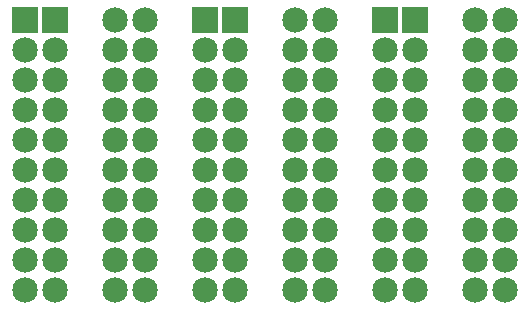
<source format=gts>
G04 MADE WITH FRITZING*
G04 WWW.FRITZING.ORG*
G04 DOUBLE SIDED*
G04 HOLES PLATED*
G04 CONTOUR ON CENTER OF CONTOUR VECTOR*
%ASAXBY*%
%FSLAX23Y23*%
%MOIN*%
%OFA0B0*%
%SFA1.0B1.0*%
%ADD10C,0.085000*%
%ADD11R,0.085000X0.085000*%
%LNMASK1*%
G90*
G70*
G54D10*
X1455Y1060D03*
X1755Y1060D03*
X1455Y960D03*
X1755Y960D03*
X1455Y860D03*
X1755Y860D03*
X1455Y760D03*
X1755Y760D03*
X1455Y660D03*
X1755Y660D03*
X1455Y560D03*
X1755Y560D03*
X1455Y460D03*
X1755Y460D03*
X1455Y360D03*
X1755Y360D03*
X1455Y260D03*
X1755Y260D03*
X1455Y160D03*
X1755Y160D03*
X1355Y1060D03*
X1655Y1060D03*
X1355Y960D03*
X1655Y960D03*
X1355Y860D03*
X1655Y860D03*
X1355Y760D03*
X1655Y760D03*
X1355Y660D03*
X1655Y660D03*
X1355Y560D03*
X1655Y560D03*
X1355Y460D03*
X1655Y460D03*
X1355Y360D03*
X1655Y360D03*
X1355Y260D03*
X1655Y260D03*
X1355Y160D03*
X1655Y160D03*
X855Y1060D03*
X1155Y1060D03*
X855Y960D03*
X1155Y960D03*
X855Y860D03*
X1155Y860D03*
X855Y760D03*
X1155Y760D03*
X855Y660D03*
X1155Y660D03*
X855Y560D03*
X1155Y560D03*
X855Y460D03*
X1155Y460D03*
X855Y360D03*
X1155Y360D03*
X855Y260D03*
X1155Y260D03*
X855Y160D03*
X1155Y160D03*
X755Y1060D03*
X1055Y1060D03*
X755Y960D03*
X1055Y960D03*
X755Y860D03*
X1055Y860D03*
X755Y760D03*
X1055Y760D03*
X755Y660D03*
X1055Y660D03*
X755Y560D03*
X1055Y560D03*
X755Y460D03*
X1055Y460D03*
X755Y360D03*
X1055Y360D03*
X755Y260D03*
X1055Y260D03*
X755Y160D03*
X1055Y160D03*
X255Y1060D03*
X555Y1060D03*
X255Y960D03*
X555Y960D03*
X255Y860D03*
X555Y860D03*
X255Y760D03*
X555Y760D03*
X255Y660D03*
X555Y660D03*
X255Y560D03*
X555Y560D03*
X255Y460D03*
X555Y460D03*
X255Y360D03*
X555Y360D03*
X255Y260D03*
X555Y260D03*
X255Y160D03*
X555Y160D03*
X155Y1060D03*
X455Y1060D03*
X155Y960D03*
X455Y960D03*
X155Y860D03*
X455Y860D03*
X155Y760D03*
X455Y760D03*
X155Y660D03*
X455Y660D03*
X155Y560D03*
X455Y560D03*
X155Y460D03*
X455Y460D03*
X155Y360D03*
X455Y360D03*
X155Y260D03*
X455Y260D03*
X155Y160D03*
X455Y160D03*
G54D11*
X1455Y1060D03*
X1355Y1060D03*
X855Y1060D03*
X755Y1060D03*
X255Y1060D03*
X155Y1060D03*
G04 End of Mask1*
M02*
</source>
